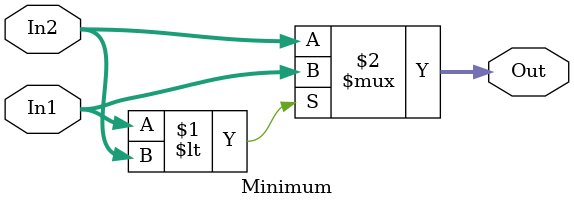
<source format=v>
module Minimum(In1, In2, Out);
    parameter n = 4;
    input signed [n - 1 : 0] In1, In2;
    output signed [n - 1 : 0] Out;
    assign Out = In1 < In2 ? In1 : In2;
endmodule

</source>
